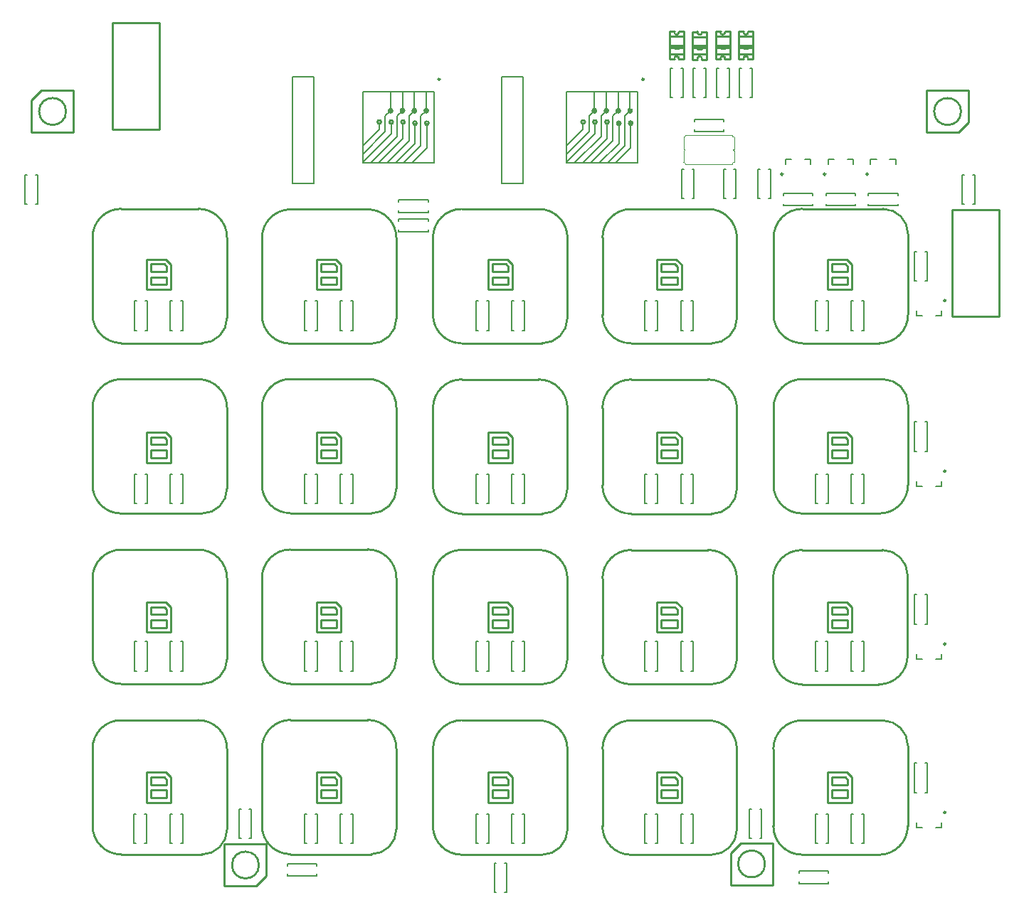
<source format=gto>
G04 Layer_Color=65535*
%FSLAX42Y42*%
%MOMM*%
G71*
G01*
G75*
%ADD31C,0.25*%
%ADD32C,0.25*%
%ADD33C,0.05*%
%ADD34C,0.20*%
%ADD35C,0.20*%
D31*
X15498Y12009D02*
G03*
X15498Y12009I-160J0D01*
G01*
X4849Y12010D02*
G03*
X4849Y12010I-160J0D01*
G01*
X7144Y3036D02*
G03*
X7144Y3036I-160J0D01*
G01*
X13166Y3049D02*
G03*
X13166Y3049I-160J0D01*
G01*
X9157Y12018D02*
G03*
X9157Y12018I-22J0D01*
G01*
X9016Y12018D02*
G03*
X9016Y12018I-22J0D01*
G01*
X8874D02*
G03*
X8874Y12018I-22J0D01*
G01*
X8733Y12018D02*
G03*
X8733Y12018I-22J0D01*
G01*
X8598Y11884D02*
G03*
X8598Y11884I-22J0D01*
G01*
X8740Y11884D02*
G03*
X8740Y11884I-22J0D01*
G01*
X8881D02*
G03*
X8881Y11884I-22J0D01*
G01*
X9023Y11870D02*
G03*
X9023Y11870I-22J0D01*
G01*
X9164Y11870D02*
G03*
X9164Y11870I-22J0D01*
G01*
X11583Y12018D02*
G03*
X11583Y12018I-22J0D01*
G01*
X11441Y12018D02*
G03*
X11441Y12018I-22J0D01*
G01*
X11300D02*
G03*
X11300Y12018I-22J0D01*
G01*
X11158Y12018D02*
G03*
X11158Y12018I-22J0D01*
G01*
X11024Y11884D02*
G03*
X11024Y11884I-22J0D01*
G01*
X11165Y11884D02*
G03*
X11165Y11884I-22J0D01*
G01*
X11307D02*
G03*
X11307Y11884I-22J0D01*
G01*
X11448Y11870D02*
G03*
X11448Y11870I-22J0D01*
G01*
X11590Y11870D02*
G03*
X11590Y11870I-22J0D01*
G01*
X12912Y12962D02*
G03*
X12965Y12957I25J-11D01*
G01*
X12963Y12632D02*
G03*
X12911Y12637I-25J11D01*
G01*
X12638Y12962D02*
G03*
X12690Y12957I25J-11D01*
G01*
X12689Y12632D02*
G03*
X12637Y12637I-25J11D01*
G01*
X12363Y12960D02*
G03*
X12415Y12955I25J-11D01*
G01*
X12414Y12630D02*
G03*
X12361Y12635I-25J11D01*
G01*
X12089Y12962D02*
G03*
X12142Y12957I25J-11D01*
G01*
X12140Y12632D02*
G03*
X12088Y12637I-25J11D01*
G01*
X6765Y10510D02*
G03*
X6423Y10851I-341J0D01*
G01*
X5165Y9593D02*
G03*
X5506Y9251I341J0D01*
G01*
Y10851D02*
G03*
X5165Y10510I0J-341D01*
G01*
X6465Y9251D02*
G03*
X6765Y9551I0J300D01*
G01*
X8780Y10503D02*
G03*
X8439Y10844I-341J0D01*
G01*
X7180Y9586D02*
G03*
X7522Y9244I341J0D01*
G01*
Y10844D02*
G03*
X7180Y10503I0J-341D01*
G01*
X8480Y9244D02*
G03*
X8780Y9544I0J300D01*
G01*
X10815Y10507D02*
G03*
X10474Y10849I-341J0D01*
G01*
X9215Y9590D02*
G03*
X9557Y9249I341J0D01*
G01*
Y10849D02*
G03*
X9215Y10507I0J-341D01*
G01*
X10515Y9249D02*
G03*
X10815Y9549I0J300D01*
G01*
X12831Y10507D02*
G03*
X12490Y10848I-341J0D01*
G01*
X11231Y9589D02*
G03*
X11573Y9248I341J0D01*
G01*
Y10848D02*
G03*
X11231Y10507I0J-341D01*
G01*
X12531Y9248D02*
G03*
X12831Y9548I0J300D01*
G01*
X12531Y7218D02*
G03*
X12831Y7518I0J300D01*
G01*
X11573Y8818D02*
G03*
X11231Y8477I0J-341D01*
G01*
Y7559D02*
G03*
X11573Y7218I341J0D01*
G01*
X12831Y8477D02*
G03*
X12490Y8818I-341J0D01*
G01*
X10515Y7219D02*
G03*
X10815Y7519I0J300D01*
G01*
X9557Y8819D02*
G03*
X9215Y8477I0J-341D01*
G01*
Y7560D02*
G03*
X9557Y7219I341J0D01*
G01*
X10815Y8477D02*
G03*
X10474Y8819I-341J0D01*
G01*
X8480Y7224D02*
G03*
X8780Y7524I0J300D01*
G01*
X7522Y8824D02*
G03*
X7180Y8483I0J-341D01*
G01*
Y7566D02*
G03*
X7522Y7224I341J0D01*
G01*
X8780Y8483D02*
G03*
X8439Y8824I-341J0D01*
G01*
X6465Y7221D02*
G03*
X6765Y7521I0J300D01*
G01*
X5506Y8821D02*
G03*
X5165Y8480I0J-341D01*
G01*
Y7563D02*
G03*
X5506Y7221I341J0D01*
G01*
X6765Y8480D02*
G03*
X6423Y8821I-341J0D01*
G01*
X6765Y4420D02*
G03*
X6423Y4761I-341J0D01*
G01*
X5165Y3503D02*
G03*
X5506Y3161I341J0D01*
G01*
Y4761D02*
G03*
X5165Y4420I0J-341D01*
G01*
X6465Y3161D02*
G03*
X6765Y3461I0J300D01*
G01*
X8780Y4423D02*
G03*
X8439Y4764I-341J0D01*
G01*
X7180Y3506D02*
G03*
X7522Y3164I341J0D01*
G01*
Y4764D02*
G03*
X7180Y4423I0J-341D01*
G01*
X8480Y3164D02*
G03*
X8780Y3464I0J300D01*
G01*
X10815Y4417D02*
G03*
X10474Y4759I-341J0D01*
G01*
X9215Y3500D02*
G03*
X9557Y3159I341J0D01*
G01*
Y4759D02*
G03*
X9215Y4417I0J-341D01*
G01*
X10515Y3159D02*
G03*
X10815Y3459I0J300D01*
G01*
X12831Y4417D02*
G03*
X12490Y4758I-341J0D01*
G01*
X11231Y3499D02*
G03*
X11573Y3158I341J0D01*
G01*
Y4758D02*
G03*
X11231Y4417I0J-341D01*
G01*
X12531Y3158D02*
G03*
X12831Y3458I0J300D01*
G01*
X12531Y5188D02*
G03*
X12831Y5488I0J300D01*
G01*
X11573Y6788D02*
G03*
X11231Y6447I0J-341D01*
G01*
Y5529D02*
G03*
X11573Y5188I341J0D01*
G01*
X12831Y6447D02*
G03*
X12490Y6788I-341J0D01*
G01*
X10515Y5189D02*
G03*
X10815Y5489I0J300D01*
G01*
X9557Y6789D02*
G03*
X9215Y6447I0J-341D01*
G01*
Y5530D02*
G03*
X9557Y5189I341J0D01*
G01*
X10815Y6447D02*
G03*
X10474Y6789I-341J0D01*
G01*
X8480Y5194D02*
G03*
X8780Y5494I0J300D01*
G01*
X7522Y6794D02*
G03*
X7180Y6453I0J-341D01*
G01*
Y5536D02*
G03*
X7522Y5194I341J0D01*
G01*
X8780Y6453D02*
G03*
X8439Y6794I-341J0D01*
G01*
X6465Y5191D02*
G03*
X6765Y5491I0J300D01*
G01*
X5506Y6791D02*
G03*
X5165Y6450I0J-341D01*
G01*
Y5533D02*
G03*
X5506Y5191I341J0D01*
G01*
X6765Y6450D02*
G03*
X6423Y6791I-341J0D01*
G01*
X14868Y10550D02*
G03*
X14568Y10850I-300J0D01*
G01*
X13268Y9592D02*
G03*
X13610Y9250I341J0D01*
G01*
X14527D02*
G03*
X14868Y9592I0J341D01*
G01*
X13610Y10850D02*
G03*
X13268Y10509I0J-341D01*
G01*
X14867Y8522D02*
G03*
X14567Y8822I-300J0D01*
G01*
X13267Y7563D02*
G03*
X13609Y7222I341J0D01*
G01*
X14526D02*
G03*
X14867Y7563I0J341D01*
G01*
X13609Y8822D02*
G03*
X13267Y8480I0J-341D01*
G01*
X14862Y6487D02*
G03*
X14562Y6787I-300J0D01*
G01*
X13262Y5528D02*
G03*
X13603Y5187I341J0D01*
G01*
X14521D02*
G03*
X14862Y5528I0J341D01*
G01*
X13603Y6787D02*
G03*
X13262Y6445I0J-341D01*
G01*
X14865Y4458D02*
G03*
X14565Y4758I-300J0D01*
G01*
X13265Y3500D02*
G03*
X13606Y3158I341J0D01*
G01*
X14523D02*
G03*
X14865Y3500I0J341D01*
G01*
X13606Y4758D02*
G03*
X13265Y4417I0J-341D01*
G01*
X15948Y9566D02*
Y10201D01*
X15389Y9566D02*
X15948D01*
X15389D02*
Y10836D01*
X15948D01*
Y10201D02*
Y10836D01*
X15088Y11759D02*
X15468D01*
X15588Y11879D01*
Y12259D01*
X15088Y11759D02*
Y12259D01*
X15588D01*
X4559Y12260D02*
X4939D01*
X4439Y12140D02*
X4559Y12260D01*
X4439Y11760D02*
Y12140D01*
X4939Y11760D02*
Y12260D01*
X4439Y11760D02*
X4939D01*
X6734Y2786D02*
X7114D01*
X7234Y2906D01*
Y3286D01*
X6734Y2786D02*
Y3286D01*
X7234D01*
X12876Y3299D02*
X13256D01*
X12756Y3179D02*
X12876Y3299D01*
X12756Y2799D02*
Y3179D01*
X13256Y2799D02*
Y3299D01*
X12756Y2799D02*
X13256D01*
X12912Y12759D02*
X12963D01*
X12853Y12772D02*
X13023D01*
X12853Y12797D02*
X13023D01*
X12853Y12962D02*
X12912D01*
X12965Y12962D02*
X13023D01*
X12853Y12632D02*
X12911Y12632D01*
X12963D02*
X13023D01*
X12853Y12692D02*
X13023D01*
X12853Y12902D02*
X13023D01*
X13023Y12632D02*
Y12962D01*
X12853Y12632D02*
Y12962D01*
X12638Y12759D02*
X12689D01*
X12578Y12772D02*
X12748D01*
X12578Y12797D02*
X12748D01*
X12578Y12962D02*
X12638D01*
X12690Y12962D02*
X12748D01*
X12578Y12632D02*
X12637Y12632D01*
X12689D02*
X12748D01*
X12578Y12692D02*
X12748D01*
X12578Y12902D02*
X12748D01*
X12748Y12632D02*
Y12962D01*
X12578Y12632D02*
Y12962D01*
X12363Y12757D02*
X12414D01*
X12303Y12769D02*
X12473D01*
X12303Y12795D02*
X12473D01*
X12303Y12960D02*
X12363D01*
X12415Y12960D02*
X12473D01*
X12303Y12630D02*
X12361Y12630D01*
X12414D02*
X12473D01*
X12303Y12690D02*
X12473D01*
X12303Y12900D02*
X12473D01*
X12473Y12630D02*
Y12960D01*
X12303Y12630D02*
Y12960D01*
X12089Y12759D02*
X12140D01*
X12030Y12772D02*
X12200D01*
X12030Y12797D02*
X12200D01*
X12030Y12962D02*
X12089D01*
X12142Y12962D02*
X12200D01*
X12030Y12632D02*
X12088Y12632D01*
X12140D02*
X12200D01*
X12030Y12692D02*
X12200D01*
X12030Y12902D02*
X12200D01*
X12200Y12632D02*
Y12962D01*
X12030Y12632D02*
Y12962D01*
X5958Y11796D02*
Y12431D01*
X5399Y11796D02*
X5958D01*
X5399D02*
Y13066D01*
X5958D01*
Y12431D02*
Y13066D01*
X5506Y10851D02*
X6423D01*
X6765Y9551D02*
Y10510D01*
X5506Y9251D02*
X6465D01*
X5165Y9593D02*
Y10510D01*
X7522Y10844D02*
X8439D01*
X8780Y9544D02*
Y10503D01*
X7522Y9244D02*
X8480D01*
X7180Y9586D02*
Y10503D01*
X9557Y10849D02*
X10474D01*
X10815Y9549D02*
Y10507D01*
X9557Y9249D02*
X10515D01*
X9215Y9590D02*
Y10507D01*
X11573Y10848D02*
X12490D01*
X12831Y9548D02*
Y10507D01*
X11573Y9248D02*
X12531D01*
X11231Y9589D02*
Y10507D01*
X11231Y7559D02*
Y8477D01*
X11573Y7218D02*
X12531D01*
X12831Y7518D02*
Y8477D01*
X11573Y8818D02*
X12490D01*
X9215Y7560D02*
Y8477D01*
X9557Y7219D02*
X10515D01*
X10815Y7519D02*
Y8477D01*
X9557Y8819D02*
X10474D01*
X7180Y7566D02*
Y8483D01*
X7522Y7224D02*
X8480D01*
X8780Y7524D02*
Y8483D01*
X7522Y8824D02*
X8439D01*
X5165Y7563D02*
Y8480D01*
X5506Y7221D02*
X6465D01*
X6765Y7521D02*
Y8480D01*
X5506Y8821D02*
X6423D01*
X5506Y4761D02*
X6423D01*
X6765Y3461D02*
Y4420D01*
X5506Y3161D02*
X6465D01*
X5165Y3503D02*
Y4420D01*
X7522Y4764D02*
X8439D01*
X8780Y3464D02*
Y4423D01*
X7522Y3164D02*
X8480D01*
X7180Y3506D02*
Y4423D01*
X9557Y4759D02*
X10474D01*
X10815Y3459D02*
Y4417D01*
X9557Y3159D02*
X10515D01*
X9215Y3500D02*
Y4417D01*
X11573Y4758D02*
X12490D01*
X12831Y3458D02*
Y4417D01*
X11573Y3158D02*
X12531D01*
X11231Y3499D02*
Y4417D01*
X11231Y5529D02*
Y6447D01*
X11573Y5188D02*
X12531D01*
X12831Y5488D02*
Y6447D01*
X11573Y6788D02*
X12490D01*
X9215Y5530D02*
Y6447D01*
X9557Y5189D02*
X10515D01*
X10815Y5489D02*
Y6447D01*
X9557Y6789D02*
X10474D01*
X7180Y5536D02*
Y6453D01*
X7522Y5194D02*
X8480D01*
X8780Y5494D02*
Y6453D01*
X7522Y6794D02*
X8439D01*
X5165Y5533D02*
Y6450D01*
X5506Y5191D02*
X6465D01*
X6765Y5491D02*
Y6450D01*
X5506Y6791D02*
X6423D01*
X13610Y9250D02*
X14527D01*
X14868Y9592D02*
Y10550D01*
X13610Y10850D02*
X14568D01*
X13268Y9592D02*
Y10509D01*
X13609Y7222D02*
X14526D01*
X14867Y7563D02*
Y8522D01*
X13609Y8822D02*
X14567D01*
X13267Y7563D02*
Y8480D01*
X13603Y5187D02*
X14521D01*
X14862Y5528D02*
Y6487D01*
X13603Y6787D02*
X14562D01*
X13262Y5528D02*
Y6445D01*
X13606Y3158D02*
X14523D01*
X14865Y3500D02*
Y4458D01*
X13606Y4758D02*
X14565D01*
X13265Y3500D02*
Y4417D01*
X5808Y9889D02*
X6098D01*
X5808D02*
Y10249D01*
X5858Y9947D02*
X6048D01*
X5858D02*
Y10039D01*
X6048D01*
Y9947D02*
Y10039D01*
X5855Y10102D02*
X6048D01*
X5855D02*
Y10192D01*
X6048Y10102D02*
Y10162D01*
X6018Y10192D02*
X6048Y10162D01*
X5855Y10192D02*
X6018D01*
X5808Y10249D02*
X6038D01*
X6098Y10189D01*
Y9889D02*
Y10189D01*
X8122Y9889D02*
Y10189D01*
X8062Y10249D02*
X8122Y10189D01*
X7832Y10249D02*
X8062D01*
X7880Y10192D02*
X8042D01*
X8072Y10162D01*
Y10102D02*
Y10162D01*
X7880Y10102D02*
Y10192D01*
Y10102D02*
X8072D01*
Y9947D02*
Y10039D01*
X7882D02*
X8072D01*
X7882Y9947D02*
Y10039D01*
Y9947D02*
X8072D01*
X7832Y9889D02*
Y10249D01*
Y9889D02*
X8122D01*
X9872D02*
X10162D01*
X9872D02*
Y10249D01*
X9922Y9947D02*
X10112D01*
X9922D02*
Y10039D01*
X10112D01*
Y9947D02*
Y10039D01*
X9919Y10102D02*
X10112D01*
X9919D02*
Y10192D01*
X10112Y10102D02*
Y10162D01*
X10082Y10192D02*
X10112Y10162D01*
X9919Y10192D02*
X10082D01*
X9872Y10249D02*
X10102D01*
X10162Y10189D01*
Y9889D02*
Y10189D01*
X12171Y9889D02*
Y10189D01*
X12111Y10249D02*
X12171Y10189D01*
X11881Y10249D02*
X12111D01*
X11928Y10192D02*
X12091D01*
X12121Y10162D01*
Y10102D02*
Y10162D01*
X11928Y10102D02*
Y10192D01*
Y10102D02*
X12121D01*
Y9947D02*
Y10039D01*
X11931D02*
X12121D01*
X11931Y9947D02*
Y10039D01*
Y9947D02*
X12121D01*
X11881Y9889D02*
Y10249D01*
Y9889D02*
X12171D01*
X13910D02*
X14200D01*
X13910D02*
Y10249D01*
X13960Y9947D02*
X14150D01*
X13960D02*
Y10039D01*
X14150D01*
Y9947D02*
Y10039D01*
X13958Y10102D02*
X14150D01*
X13958D02*
Y10192D01*
X14150Y10102D02*
Y10162D01*
X14120Y10192D02*
X14150Y10162D01*
X13958Y10192D02*
X14120D01*
X13910Y10249D02*
X14140D01*
X14200Y10189D01*
Y9889D02*
Y10189D01*
X6098Y7829D02*
Y8129D01*
X6038Y8189D02*
X6098Y8129D01*
X5808Y8189D02*
X6038D01*
X5855Y8132D02*
X6018D01*
X6048Y8102D01*
Y8042D02*
Y8102D01*
X5855Y8042D02*
Y8132D01*
Y8042D02*
X6048D01*
Y7887D02*
Y7979D01*
X5858D02*
X6048D01*
X5858Y7887D02*
Y7979D01*
Y7887D02*
X6048D01*
X5808Y7829D02*
Y8189D01*
Y7829D02*
X6098D01*
X7832D02*
X8122D01*
X7832D02*
Y8189D01*
X7882Y7887D02*
X8072D01*
X7882D02*
Y7979D01*
X8072D01*
Y7887D02*
Y7979D01*
X7880Y8042D02*
X8072D01*
X7880D02*
Y8132D01*
X8072Y8042D02*
Y8102D01*
X8042Y8132D02*
X8072Y8102D01*
X7880Y8132D02*
X8042D01*
X7832Y8189D02*
X8062D01*
X8122Y8129D01*
Y7829D02*
Y8129D01*
X10162Y7829D02*
Y8129D01*
X10102Y8189D02*
X10162Y8129D01*
X9872Y8189D02*
X10102D01*
X9919Y8132D02*
X10082D01*
X10112Y8102D01*
Y8042D02*
Y8102D01*
X9919Y8042D02*
Y8132D01*
Y8042D02*
X10112D01*
Y7887D02*
Y7979D01*
X9922D02*
X10112D01*
X9922Y7887D02*
Y7979D01*
Y7887D02*
X10112D01*
X9872Y7829D02*
Y8189D01*
Y7829D02*
X10162D01*
X11881D02*
X12171D01*
X11881D02*
Y8189D01*
X11931Y7887D02*
X12121D01*
X11931D02*
Y7979D01*
X12121D01*
Y7887D02*
Y7979D01*
X11928Y8042D02*
X12121D01*
X11928D02*
Y8132D01*
X12121Y8042D02*
Y8102D01*
X12091Y8132D02*
X12121Y8102D01*
X11928Y8132D02*
X12091D01*
X11881Y8189D02*
X12111D01*
X12171Y8129D01*
Y7829D02*
Y8129D01*
X14200Y7829D02*
Y8129D01*
X14140Y8189D02*
X14200Y8129D01*
X13910Y8189D02*
X14140D01*
X13958Y8132D02*
X14120D01*
X14150Y8102D01*
Y8042D02*
Y8102D01*
X13958Y8042D02*
Y8132D01*
Y8042D02*
X14150D01*
Y7887D02*
Y7979D01*
X13960D02*
X14150D01*
X13960Y7887D02*
Y7979D01*
Y7887D02*
X14150D01*
X13910Y7829D02*
Y8189D01*
Y7829D02*
X14200D01*
X5808Y5807D02*
X6098D01*
X5808D02*
Y6167D01*
X5858Y5865D02*
X6048D01*
X5858D02*
Y5957D01*
X6048D01*
Y5865D02*
Y5957D01*
X5855Y6020D02*
X6048D01*
X5855D02*
Y6110D01*
X6048Y6020D02*
Y6080D01*
X6018Y6110D02*
X6048Y6080D01*
X5855Y6110D02*
X6018D01*
X5808Y6167D02*
X6038D01*
X6098Y6107D01*
Y5807D02*
Y6107D01*
X8122Y5807D02*
Y6107D01*
X8062Y6167D02*
X8122Y6107D01*
X7832Y6167D02*
X8062D01*
X7880Y6110D02*
X8042D01*
X8072Y6080D01*
Y6020D02*
Y6080D01*
X7880Y6020D02*
Y6110D01*
Y6020D02*
X8072D01*
Y5865D02*
Y5957D01*
X7882D02*
X8072D01*
X7882Y5865D02*
Y5957D01*
Y5865D02*
X8072D01*
X7832Y5807D02*
Y6167D01*
Y5807D02*
X8122D01*
X9872D02*
X10162D01*
X9872D02*
Y6167D01*
X9922Y5865D02*
X10112D01*
X9922D02*
Y5957D01*
X10112D01*
Y5865D02*
Y5957D01*
X9919Y6020D02*
X10112D01*
X9919D02*
Y6110D01*
X10112Y6020D02*
Y6080D01*
X10082Y6110D02*
X10112Y6080D01*
X9919Y6110D02*
X10082D01*
X9872Y6167D02*
X10102D01*
X10162Y6107D01*
Y5807D02*
Y6107D01*
X12171Y5807D02*
Y6107D01*
X12111Y6167D02*
X12171Y6107D01*
X11881Y6167D02*
X12111D01*
X11928Y6110D02*
X12091D01*
X12121Y6080D01*
Y6020D02*
Y6080D01*
X11928Y6020D02*
Y6110D01*
Y6020D02*
X12121D01*
Y5865D02*
Y5957D01*
X11931D02*
X12121D01*
X11931Y5865D02*
Y5957D01*
Y5865D02*
X12121D01*
X11881Y5807D02*
Y6167D01*
Y5807D02*
X12171D01*
X13910D02*
X14200D01*
X13910D02*
Y6167D01*
X13960Y5865D02*
X14150D01*
X13960D02*
Y5957D01*
X14150D01*
Y5865D02*
Y5957D01*
X13958Y6020D02*
X14150D01*
X13958D02*
Y6110D01*
X14150Y6020D02*
Y6080D01*
X14120Y6110D02*
X14150Y6080D01*
X13958Y6110D02*
X14120D01*
X13910Y6167D02*
X14140D01*
X14200Y6107D01*
Y5807D02*
Y6107D01*
X6098Y3780D02*
Y4080D01*
X6038Y4140D02*
X6098Y4080D01*
X5808Y4140D02*
X6038D01*
X5855Y4083D02*
X6018D01*
X6048Y4053D01*
Y3993D02*
Y4053D01*
X5855Y3993D02*
Y4083D01*
Y3993D02*
X6048D01*
Y3838D02*
Y3930D01*
X5858D02*
X6048D01*
X5858Y3838D02*
Y3930D01*
Y3838D02*
X6048D01*
X5808Y3780D02*
Y4140D01*
Y3780D02*
X6098D01*
X7832D02*
X8122D01*
X7832D02*
Y4140D01*
X7882Y3838D02*
X8072D01*
X7882D02*
Y3930D01*
X8072D01*
Y3838D02*
Y3930D01*
X7880Y3993D02*
X8072D01*
X7880D02*
Y4083D01*
X8072Y3993D02*
Y4053D01*
X8042Y4083D02*
X8072Y4053D01*
X7880Y4083D02*
X8042D01*
X7832Y4140D02*
X8062D01*
X8122Y4080D01*
Y3780D02*
Y4080D01*
X10162Y3780D02*
Y4080D01*
X10102Y4140D02*
X10162Y4080D01*
X9872Y4140D02*
X10102D01*
X9919Y4083D02*
X10082D01*
X10112Y4053D01*
Y3993D02*
Y4053D01*
X9919Y3993D02*
Y4083D01*
Y3993D02*
X10112D01*
Y3838D02*
Y3930D01*
X9922D02*
X10112D01*
X9922Y3838D02*
Y3930D01*
Y3838D02*
X10112D01*
X9872Y3780D02*
Y4140D01*
Y3780D02*
X10162D01*
X11881D02*
X12171D01*
X11881D02*
Y4140D01*
X11931Y3838D02*
X12121D01*
X11931D02*
Y3930D01*
X12121D01*
Y3838D02*
Y3930D01*
X11928Y3993D02*
X12121D01*
X11928D02*
Y4083D01*
X12121Y3993D02*
Y4053D01*
X12091Y4083D02*
X12121Y4053D01*
X11928Y4083D02*
X12091D01*
X11881Y4140D02*
X12111D01*
X12171Y4080D01*
Y3780D02*
Y4080D01*
X14200Y3780D02*
Y4080D01*
X14140Y4140D02*
X14200Y4080D01*
X13910Y4140D02*
X14140D01*
X13958Y4083D02*
X14120D01*
X14150Y4053D01*
Y3993D02*
Y4053D01*
X13958Y3993D02*
Y4083D01*
Y3993D02*
X14150D01*
Y3838D02*
Y3930D01*
X13960D02*
X14150D01*
X13960Y3838D02*
Y3930D01*
Y3838D02*
X14150D01*
X13910Y3780D02*
Y4140D01*
Y3780D02*
X14200D01*
D32*
X13379Y11264D02*
G03*
X13379Y11264I-12J0D01*
G01*
X13887D02*
G03*
X13887Y11264I-12J0D01*
G01*
X14394D02*
G03*
X14394Y11264I-12J0D01*
G01*
X15317Y3662D02*
G03*
X15317Y3662I-12J0D01*
G01*
Y5668D02*
G03*
X15317Y5668I-12J0D01*
G01*
Y7726D02*
G03*
X15317Y7726I-12J0D01*
G01*
Y9758D02*
G03*
X15317Y9758I-12J0D01*
G01*
X9300Y12392D02*
G03*
X9300Y12392I-12J0D01*
G01*
X11726D02*
G03*
X11726Y12392I-12J0D01*
G01*
D33*
X12773Y11728D02*
G03*
X12798Y11703I25J0D01*
G01*
X12223Y11378D02*
G03*
X12198Y11403I-25J0D01*
G01*
X12798D02*
G03*
X12773Y11378I0J-25D01*
G01*
X12198Y11703D02*
G03*
X12223Y11728I0J25D01*
G01*
X12798Y11563D02*
Y11703D01*
X12498Y11728D02*
X12773D01*
X12788Y11553D02*
Y11558D01*
X12798Y11563D01*
X12198Y11403D02*
Y11543D01*
X12223Y11378D02*
X12498D01*
X12208Y11548D02*
Y11553D01*
X12198Y11543D02*
X12208Y11548D01*
X12798Y11403D02*
Y11543D01*
X12498Y11378D02*
X12773D01*
X12788Y11548D02*
Y11553D01*
Y11548D02*
X12798Y11543D01*
X12198Y11563D02*
Y11703D01*
X12223Y11728D02*
X12498D01*
X12208Y11553D02*
Y11558D01*
X12198Y11563D02*
X12208Y11558D01*
D34*
X13768Y3295D02*
Y3645D01*
X13918Y3295D02*
Y3645D01*
X13893D02*
X13918D01*
X13768D02*
X13793D01*
X13768Y3295D02*
X13793D01*
X13893D02*
X13918D01*
X11738D02*
Y3645D01*
X11888Y3295D02*
Y3645D01*
X11863D02*
X11888D01*
X11738D02*
X11763D01*
X11738Y3295D02*
X11763D01*
X11863D02*
X11888D01*
X9729D02*
Y3645D01*
X9879Y3295D02*
Y3645D01*
X9854D02*
X9879D01*
X9729D02*
X9754D01*
X9729Y3295D02*
X9754D01*
X9854D02*
X9879D01*
X7690Y3295D02*
Y3645D01*
X7840Y3295D02*
Y3645D01*
X7815D02*
X7840D01*
X7690D02*
X7715D01*
X7690Y3295D02*
X7715D01*
X7815D02*
X7840D01*
X5658D02*
Y3645D01*
X5808Y3295D02*
Y3645D01*
X5783D02*
X5808D01*
X5658D02*
X5683D01*
X5658Y3295D02*
X5683D01*
X5783D02*
X5808D01*
X13763Y5348D02*
Y5698D01*
X13913Y5348D02*
Y5698D01*
X13888D02*
X13913D01*
X13763D02*
X13788D01*
X13763Y5348D02*
X13788D01*
X13888D02*
X13913D01*
X11738D02*
Y5698D01*
X11888Y5348D02*
Y5698D01*
X11863D02*
X11888D01*
X11738D02*
X11763D01*
X11738Y5348D02*
X11763D01*
X11863D02*
X11888D01*
X9729D02*
Y5698D01*
X9879Y5348D02*
Y5698D01*
X9854D02*
X9879D01*
X9729D02*
X9754D01*
X9729Y5348D02*
X9754D01*
X9854D02*
X9879D01*
X7690D02*
Y5698D01*
X7840Y5348D02*
Y5698D01*
X7815D02*
X7840D01*
X7690D02*
X7715D01*
X7690Y5348D02*
X7715D01*
X7815D02*
X7840D01*
X13768Y7344D02*
Y7694D01*
X13918Y7344D02*
Y7694D01*
X13893D02*
X13918D01*
X13768D02*
X13793D01*
X13768Y7344D02*
X13793D01*
X13893D02*
X13918D01*
X11738D02*
Y7694D01*
X11888Y7344D02*
Y7694D01*
X11863D02*
X11888D01*
X11738D02*
X11763D01*
X11738Y7344D02*
X11763D01*
X11863D02*
X11888D01*
X9729D02*
Y7694D01*
X9879Y7344D02*
Y7694D01*
X9854D02*
X9879D01*
X9729D02*
X9754D01*
X9729Y7344D02*
X9754D01*
X9854D02*
X9879D01*
X7690D02*
Y7694D01*
X7840Y7344D02*
Y7694D01*
X7815D02*
X7840D01*
X7690D02*
X7715D01*
X7690Y7344D02*
X7715D01*
X7815D02*
X7840D01*
X14343Y3295D02*
Y3645D01*
X14193Y3295D02*
Y3645D01*
Y3295D02*
X14218D01*
X14318D02*
X14343D01*
X14318Y3645D02*
X14343D01*
X14193D02*
X14218D01*
X12313Y3295D02*
Y3645D01*
X12163Y3295D02*
Y3645D01*
Y3295D02*
X12188D01*
X12288D02*
X12313D01*
X12288Y3645D02*
X12313D01*
X12163D02*
X12188D01*
X10304Y3295D02*
Y3645D01*
X10154Y3295D02*
Y3645D01*
Y3295D02*
X10179D01*
X10279D02*
X10304D01*
X10279Y3645D02*
X10304D01*
X10154D02*
X10179D01*
X8265Y3295D02*
Y3645D01*
X8115Y3295D02*
Y3645D01*
Y3295D02*
X8140D01*
X8240D02*
X8265D01*
X8240Y3645D02*
X8265D01*
X8115D02*
X8140D01*
X6240Y3295D02*
Y3645D01*
X6090Y3295D02*
Y3645D01*
Y3295D02*
X6115D01*
X6215D02*
X6240D01*
X6215Y3645D02*
X6240D01*
X6090D02*
X6115D01*
X14343Y5348D02*
Y5698D01*
X14193Y5348D02*
Y5698D01*
Y5348D02*
X14218D01*
X14318D02*
X14343D01*
X14318Y5698D02*
X14343D01*
X14193D02*
X14218D01*
X12313Y5348D02*
Y5698D01*
X12163Y5348D02*
Y5698D01*
Y5348D02*
X12188D01*
X12288D02*
X12313D01*
X12288Y5698D02*
X12313D01*
X12163D02*
X12188D01*
X10304Y5348D02*
Y5698D01*
X10154Y5348D02*
Y5698D01*
Y5348D02*
X10179D01*
X10279D02*
X10304D01*
X10279Y5698D02*
X10304D01*
X10154D02*
X10179D01*
X8265Y5348D02*
Y5698D01*
X8115Y5348D02*
Y5698D01*
Y5348D02*
X8140D01*
X8240D02*
X8265D01*
X8240Y5698D02*
X8265D01*
X8115D02*
X8140D01*
X6240Y5348D02*
Y5698D01*
X6090Y5348D02*
Y5698D01*
Y5348D02*
X6115D01*
X6215D02*
X6240D01*
X6215Y5698D02*
X6240D01*
X6090D02*
X6115D01*
X14343Y7344D02*
Y7694D01*
X14193Y7344D02*
Y7694D01*
Y7344D02*
X14218D01*
X14318D02*
X14343D01*
X14318Y7694D02*
X14343D01*
X14193D02*
X14218D01*
X12313Y7344D02*
Y7694D01*
X12163Y7344D02*
Y7694D01*
Y7344D02*
X12188D01*
X12288D02*
X12313D01*
X12288Y7694D02*
X12313D01*
X12163D02*
X12188D01*
X10304Y7344D02*
Y7694D01*
X10154Y7344D02*
Y7694D01*
Y7344D02*
X10179D01*
X10279D02*
X10304D01*
X10279Y7694D02*
X10304D01*
X10154D02*
X10179D01*
X8265Y7344D02*
Y7694D01*
X8115Y7344D02*
Y7694D01*
Y7344D02*
X8140D01*
X8240D02*
X8265D01*
X8240Y7694D02*
X8265D01*
X8115D02*
X8140D01*
X6240Y7344D02*
Y7694D01*
X6090Y7344D02*
Y7694D01*
Y7344D02*
X6115D01*
X6215D02*
X6240D01*
X6215Y7694D02*
X6240D01*
X6090D02*
X6115D01*
X14193Y9404D02*
Y9754D01*
X14343Y9404D02*
Y9754D01*
X14318D02*
X14343D01*
X14193D02*
X14218D01*
X14193Y9404D02*
X14218D01*
X14318D02*
X14343D01*
X12163D02*
Y9754D01*
X12313Y9404D02*
Y9754D01*
X12288D02*
X12313D01*
X12163D02*
X12188D01*
X12163Y9404D02*
X12188D01*
X12288D02*
X12313D01*
X10154D02*
Y9754D01*
X10304Y9404D02*
Y9754D01*
X10279D02*
X10304D01*
X10154D02*
X10179D01*
X10154Y9404D02*
X10179D01*
X10279D02*
X10304D01*
X8115D02*
Y9754D01*
X8265Y9404D02*
Y9754D01*
X8240D02*
X8265D01*
X8115D02*
X8140D01*
X8115Y9404D02*
X8140D01*
X8240D02*
X8265D01*
X6090D02*
Y9754D01*
X6240Y9404D02*
Y9754D01*
X6215D02*
X6240D01*
X6090D02*
X6115D01*
X6090Y9404D02*
X6115D01*
X6215D02*
X6240D01*
X13382Y10886D02*
Y10911D01*
Y11011D02*
Y11036D01*
X13732Y11011D02*
Y11036D01*
Y10886D02*
Y10911D01*
X13382Y10886D02*
X13732D01*
X13382Y11036D02*
X13732D01*
X9944Y3060D02*
X9969D01*
X10069D02*
X10094D01*
X10069Y2710D02*
X10094D01*
X9944D02*
X9969D01*
X9944D02*
Y3060D01*
X10094Y2710D02*
Y3060D01*
X6906Y3704D02*
X6931D01*
X7031D02*
X7056D01*
X7031Y3354D02*
X7056D01*
X6906D02*
X6931D01*
X6906D02*
Y3704D01*
X7056Y3354D02*
Y3704D01*
X13923Y2939D02*
Y2964D01*
Y2814D02*
Y2839D01*
X13573Y2814D02*
Y2839D01*
Y2939D02*
Y2964D01*
X13923D01*
X13573Y2814D02*
X13923D01*
X13890Y10886D02*
Y10911D01*
Y11011D02*
Y11036D01*
X14240Y11011D02*
Y11036D01*
Y10886D02*
Y10911D01*
X13890Y10886D02*
X14240D01*
X13890Y11036D02*
X14240D01*
X14396Y10886D02*
Y10911D01*
Y11011D02*
Y11036D01*
X14746Y11011D02*
Y11036D01*
Y10886D02*
Y10911D01*
X14396Y10886D02*
X14746D01*
X14396Y11036D02*
X14746D01*
X12977Y3704D02*
X13002D01*
X13102D02*
X13127D01*
X13102Y3354D02*
X13127D01*
X12977D02*
X13002D01*
X12977D02*
Y3704D01*
X13127Y3354D02*
Y3704D01*
X7834Y3028D02*
Y3053D01*
Y2903D02*
Y2928D01*
X7484Y2903D02*
Y2928D01*
Y3028D02*
Y3053D01*
X7834D01*
X7484Y2903D02*
X7834D01*
X4489Y10905D02*
X4514D01*
X4364D02*
X4389D01*
X4364Y11255D02*
X4389D01*
X4489D02*
X4514D01*
Y10905D02*
Y11255D01*
X4364Y10905D02*
Y11255D01*
X15638Y10906D02*
X15663D01*
X15513D02*
X15538D01*
X15513Y11256D02*
X15538D01*
X15638D02*
X15663D01*
Y10906D02*
Y11256D01*
X15513Y10906D02*
Y11256D01*
X13407Y11384D02*
Y11444D01*
X13477D01*
X13707Y11384D02*
Y11444D01*
X13637D02*
X13707D01*
X13915Y11384D02*
Y11444D01*
X13985D01*
X14215Y11384D02*
Y11444D01*
X14145D02*
X14215D01*
X14421Y11384D02*
Y11444D01*
X14491D01*
X14721Y11384D02*
Y11444D01*
X14651D02*
X14721D01*
X14945Y4250D02*
X14970D01*
X15070D02*
X15095D01*
X15070Y3900D02*
X15095D01*
X14945D02*
X14970D01*
X14945D02*
Y4250D01*
X15095Y3900D02*
Y4250D01*
X14945Y6256D02*
X14970D01*
X15070D02*
X15095D01*
X15070Y5906D02*
X15095D01*
X14945D02*
X14970D01*
X14945D02*
Y6256D01*
X15095Y5906D02*
Y6256D01*
X14945Y8314D02*
X14970D01*
X15070D02*
X15095D01*
X15070Y7964D02*
X15095D01*
X14945D02*
X14970D01*
X14945D02*
Y8314D01*
X15095Y7964D02*
Y8314D01*
X14945Y10341D02*
X14970D01*
X15070D02*
X15095D01*
X15070Y9991D02*
X15095D01*
X14945D02*
X14970D01*
X14945D02*
Y10341D01*
X15095Y9991D02*
Y10341D01*
X5790Y5348D02*
X5815D01*
X5665D02*
X5690D01*
X5665Y5698D02*
X5690D01*
X5790D02*
X5815D01*
Y5348D02*
Y5698D01*
X5665Y5348D02*
Y5698D01*
X5790Y7344D02*
X5815D01*
X5665D02*
X5690D01*
X5665Y7694D02*
X5690D01*
X5790D02*
X5815D01*
Y7344D02*
Y7694D01*
X5665Y7344D02*
Y7694D01*
X13893Y9404D02*
X13918D01*
X13768D02*
X13793D01*
X13768Y9754D02*
X13793D01*
X13893D02*
X13918D01*
Y9404D02*
Y9754D01*
X13768Y9404D02*
Y9754D01*
X11863Y9404D02*
X11888D01*
X11738D02*
X11763D01*
X11738Y9754D02*
X11763D01*
X11863D02*
X11888D01*
Y9404D02*
Y9754D01*
X11738Y9404D02*
Y9754D01*
X9854Y9404D02*
X9879D01*
X9729D02*
X9754D01*
X9729Y9754D02*
X9754D01*
X9854D02*
X9879D01*
Y9404D02*
Y9754D01*
X9729Y9404D02*
Y9754D01*
X7815Y9404D02*
X7840D01*
X7690D02*
X7715D01*
X7690Y9754D02*
X7715D01*
X7815D02*
X7840D01*
Y9404D02*
Y9754D01*
X7690Y9404D02*
Y9754D01*
X5790Y9404D02*
X5815D01*
X5665D02*
X5690D01*
X5665Y9754D02*
X5690D01*
X5790D02*
X5815D01*
Y9404D02*
Y9754D01*
X5665Y9404D02*
Y9754D01*
X14965Y3482D02*
X15035D01*
X14965D02*
Y3542D01*
X15195Y3482D02*
X15265D01*
Y3542D01*
X14965Y5488D02*
X15035D01*
X14965D02*
Y5548D01*
X15195Y5488D02*
X15265D01*
Y5548D01*
X14965Y7546D02*
X15035D01*
X14965D02*
Y7606D01*
X15195Y7546D02*
X15265D01*
Y7606D01*
X14965Y9578D02*
X15035D01*
X14965D02*
Y9638D01*
X15195Y9578D02*
X15265D01*
Y9638D01*
X8808Y10807D02*
Y10832D01*
Y10932D02*
Y10957D01*
X9158Y10932D02*
Y10957D01*
Y10807D02*
Y10832D01*
X8808Y10807D02*
X9158D01*
X8808Y10957D02*
X9158D01*
X9158Y10703D02*
Y10728D01*
Y10578D02*
Y10603D01*
X8808Y10578D02*
Y10603D01*
Y10703D02*
Y10728D01*
X9158D01*
X8808Y10578D02*
X9158D01*
X13084Y11321D02*
X13109D01*
X13209D02*
X13234D01*
X13209Y10971D02*
X13234D01*
X13084D02*
X13109D01*
X13084D02*
Y11321D01*
X13234Y10971D02*
Y11321D01*
X12672D02*
X12697D01*
X12797D02*
X12822D01*
X12797Y10971D02*
X12822D01*
X12672D02*
X12697D01*
X12672D02*
Y11321D01*
X12822Y10971D02*
Y11321D01*
X12173D02*
X12198D01*
X12298D02*
X12323D01*
X12298Y10971D02*
X12323D01*
X12173D02*
X12198D01*
X12173D02*
Y11321D01*
X12323Y10971D02*
Y11321D01*
X12676Y11892D02*
Y11917D01*
Y11767D02*
Y11792D01*
X12326Y11767D02*
Y11792D01*
Y11892D02*
Y11917D01*
X12676D01*
X12326Y11767D02*
X12676D01*
X10037Y12421D02*
X10291D01*
Y11151D02*
Y12421D01*
X10037Y11151D02*
Y12421D01*
Y11151D02*
X10291D01*
X7545Y12419D02*
X7799D01*
Y11149D02*
Y12419D01*
X7545Y11149D02*
Y12419D01*
Y11149D02*
X7799D01*
X12863Y12178D02*
Y12528D01*
X13013Y12178D02*
Y12528D01*
X12988D02*
X13013D01*
X12863D02*
X12888D01*
X12863Y12178D02*
X12888D01*
X12988D02*
X13013D01*
X12588D02*
Y12528D01*
X12738Y12178D02*
Y12528D01*
X12713D02*
X12738D01*
X12588D02*
X12613D01*
X12588Y12178D02*
X12613D01*
X12713D02*
X12738D01*
X12313Y12175D02*
Y12525D01*
X12463Y12175D02*
Y12525D01*
X12438D02*
X12463D01*
X12313D02*
X12338D01*
X12313Y12175D02*
X12338D01*
X12438D02*
X12463D01*
X12040D02*
Y12525D01*
X12190Y12175D02*
Y12525D01*
X12165D02*
X12190D01*
X12040D02*
X12065D01*
X12040Y12175D02*
X12065D01*
X12165D02*
X12190D01*
D35*
X8576Y11799D02*
Y11884D01*
X8378Y11601D02*
X8576Y11799D01*
X8647Y11955D02*
X8710Y12018D01*
X8647Y11771D02*
Y11955D01*
X8378Y11502D02*
X8647Y11771D01*
X8710Y12018D02*
Y12247D01*
X8378Y11397D02*
X9228Y11397D01*
X8378Y11397D02*
Y11403D01*
X8717Y11742D01*
Y11884D01*
X8471Y11397D02*
X8788Y11714D01*
Y11955D01*
X8852Y12018D01*
X8852Y12247D01*
X8859Y11884D02*
X8859Y11686D01*
X8570Y11397D02*
X8859Y11686D01*
X8993Y12018D02*
Y12247D01*
X8930Y11955D02*
X8993Y12018D01*
X8930Y11658D02*
Y11955D01*
X8669Y11397D02*
X8930Y11658D01*
X8768Y11397D02*
X9000Y11629D01*
Y11870D01*
X9135Y12018D02*
Y12245D01*
X9071Y11955D02*
X9135Y12018D01*
X9071Y11601D02*
X9071Y11955D01*
X8867Y11397D02*
X9071Y11601D01*
X9142Y11573D02*
Y11870D01*
X8966Y11397D02*
X9142Y11573D01*
X9228Y12247D02*
X9228Y11397D01*
X8378Y12247D02*
X9228Y12247D01*
X8378Y11397D02*
Y12247D01*
X11002Y11799D02*
Y11884D01*
X10804Y11601D02*
X11002Y11799D01*
X11072Y11955D02*
X11136Y12018D01*
X11072Y11771D02*
Y11955D01*
X10804Y11502D02*
X11072Y11771D01*
X11136Y12018D02*
Y12247D01*
X10803Y11397D02*
X11653Y11397D01*
X10803Y11397D02*
Y11403D01*
X11143Y11742D01*
Y11884D01*
X10896Y11397D02*
X11214Y11714D01*
Y11955D01*
X11277Y12018D01*
X11277Y12247D01*
X11284Y11884D02*
X11284Y11686D01*
X10995Y11397D02*
X11284Y11686D01*
X11419Y12018D02*
Y12247D01*
X11355Y11955D02*
X11419Y12018D01*
X11355Y11658D02*
Y11955D01*
X11094Y11397D02*
X11355Y11658D01*
X11193Y11397D02*
X11426Y11629D01*
Y11870D01*
X11560Y12018D02*
Y12245D01*
X11497Y11955D02*
X11560Y12018D01*
X11497Y11601D02*
X11497Y11955D01*
X11292Y11397D02*
X11497Y11601D01*
X11567Y11573D02*
Y11870D01*
X11391Y11397D02*
X11567Y11573D01*
X11653Y12247D02*
X11653Y11397D01*
X10803Y12247D02*
X11653Y12247D01*
X10803Y11397D02*
Y12247D01*
M02*

</source>
